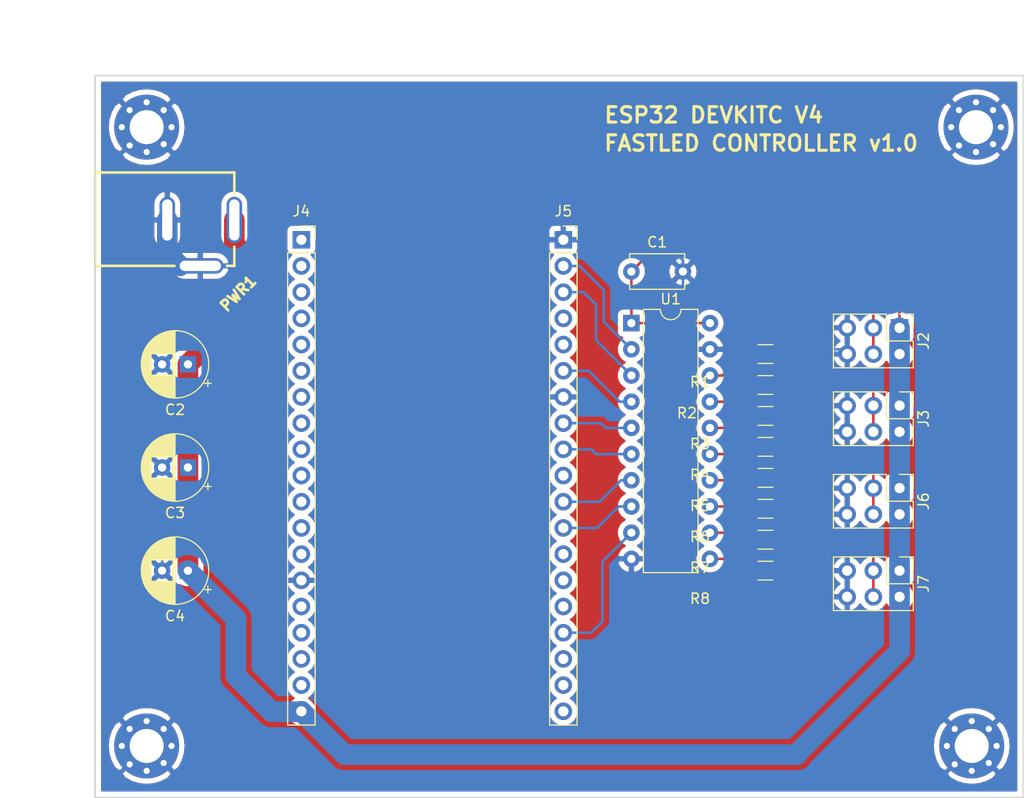
<source format=kicad_pcb>
(kicad_pcb (version 20171130) (host pcbnew "(5.1.8)-1")
  (layers (0 F.Cu signal) (31 B.Cu signal) (34 B.Paste user) (35 F.Paste user) (36 B.SilkS user) (37 F.SilkS user) (38 B.Mask user) (39 F.Mask user) (44 Edge.Cuts user))
  (net 0 "")
  (net 1 GND)
  (net 2 VCC)
  (net 3 "Net-(J2-Pad3)")
  (net 4 "Net-(J3-Pad3)")
  (net 5 /SMD)
  (net 6 /SD3)
  (net 7 /SD2)
  (net 8 /IO13)
  (net 9 /IO12)
  (net 10 /IO14)
  (net 11 /IO24)
  (net 12 /IO26)
  (net 13 /IO25)
  (net 14 /IO33)
  (net 15 /IO32)
  (net 16 /IO35)
  (net 17 /IO34)
  (net 18 /SENSOR_VN)
  (net 19 /SENSOR_VP)
  (net 20 /EN)
  (net 21 +3V3)
  (net 22 /CLK)
  (net 23 /SD0)
  (net 24 /SD1)
  (net 25 /IO15)
  (net 26 /IO2)
  (net 27 /IO0)
  (net 28 /IO4)
  (net 29 /IO16)
  (net 30 /IO17)
  (net 31 /IO5)
  (net 32 /IO18)
  (net 33 /IO19)
  (net 34 /IO21)
  (net 35 /RXD0)
  (net 36 /TXD0)
  (net 37 /IO22)
  (net 38 /IO23)
  (net 39 "Net-(J6-Pad3)")
  (net 40 "Net-(J7-Pad3)")
  (net 41 "Net-(R1-Pad2)")
  (net 42 "Net-(R2-Pad2)")
  (net 43 "Net-(R3-Pad2)")
  (net 44 "Net-(R4-Pad2)")
  (net 45 "Net-(R5-Pad2)")
  (net 46 "Net-(R6-Pad2)")
  (net 47 "Net-(R7-Pad2)")
  (net 48 "Net-(R8-Pad2)")
  (module Resistor_SMD:R_1206_3216Metric (layer F.Cu) (at 145 80 180)
    (fp_text reference R2 (at 7.62 -2.72) (layer F.SilkS))
    (fp_text value 330R)
    (pad 2 smd roundrect (at 1.4625 0 180) (size 1.125 1.75) (layers F.Cu F.Paste F.Mask) (roundrect_rratio 0.2222213333333333) (net 42 "Net-(R2-Pad2)"))
    (pad 1 smd roundrect (at -1.4625 0 180) (size 1.125 1.75) (layers F.Cu F.Paste F.Mask) (roundrect_rratio 0.2222213333333333) (net 3 "Net-(J2-Pad3)"))
  )
  (module Resistor_SMD:R_1206_3216Metric (layer F.Cu) (at 145 98 180)
    (fp_text reference R8 (at 6.35 -2.72) (layer F.SilkS))
    (fp_text value 330R)
    (pad 2 smd roundrect (at 1.4625 0 180) (size 1.125 1.75) (layers F.Cu F.Paste F.Mask) (roundrect_rratio 0.2222213333333333) (net 48 "Net-(R8-Pad2)"))
    (pad 1 smd roundrect (at -1.4625 0 180) (size 1.125 1.75) (layers F.Cu F.Paste F.Mask) (roundrect_rratio 0.2222213333333333) (net 40 "Net-(J7-Pad3)"))
  )
  (module Resistor_SMD:R_1206_3216Metric (layer F.Cu) (at 145 95 180)
    (fp_text reference R7 (at 6.35 -2.72) (layer F.SilkS))
    (fp_text value 330R)
    (pad 2 smd roundrect (at 1.4625 0 180) (size 1.125 1.75) (layers F.Cu F.Paste F.Mask) (roundrect_rratio 0.2222213333333333) (net 47 "Net-(R7-Pad2)"))
    (pad 1 smd roundrect (at -1.4625 0 180) (size 1.125 1.75) (layers F.Cu F.Paste F.Mask) (roundrect_rratio 0.2222213333333333) (net 40 "Net-(J7-Pad3)"))
  )
  (module Resistor_SMD:R_1206_3216Metric (layer F.Cu) (at 145 92 180)
    (fp_text reference R6 (at 6.35 -2.72) (layer F.SilkS))
    (fp_text value 330R)
    (pad 2 smd roundrect (at 1.4625 0 180) (size 1.125 1.75) (layers F.Cu F.Paste F.Mask) (roundrect_rratio 0.2222213333333333) (net 46 "Net-(R6-Pad2)"))
    (pad 1 smd roundrect (at -1.4625 0 180) (size 1.125 1.75) (layers F.Cu F.Paste F.Mask) (roundrect_rratio 0.2222213333333333) (net 39 "Net-(J6-Pad3)"))
  )
  (module Resistor_SMD:R_1206_3216Metric (layer F.Cu) (at 145 89 180)
    (fp_text reference R5 (at 6.35 -2.72) (layer F.SilkS))
    (fp_text value 330R)
    (pad 2 smd roundrect (at 1.4625 0 180) (size 1.125 1.75) (layers F.Cu F.Paste F.Mask) (roundrect_rratio 0.2222213333333333) (net 45 "Net-(R5-Pad2)"))
    (pad 1 smd roundrect (at -1.4625 0 180) (size 1.125 1.75) (layers F.Cu F.Paste F.Mask) (roundrect_rratio 0.2222213333333333) (net 39 "Net-(J6-Pad3)"))
  )
  (module Resistor_SMD:R_1206_3216Metric (layer F.Cu) (at 145 86 180)
    (fp_text reference R4 (at 6.35 -2.72) (layer F.SilkS))
    (fp_text value 330R)
    (pad 2 smd roundrect (at 1.4625 0 180) (size 1.125 1.75) (layers F.Cu F.Paste F.Mask) (roundrect_rratio 0.2222213333333333) (net 44 "Net-(R4-Pad2)"))
    (pad 1 smd roundrect (at -1.4625 0 180) (size 1.125 1.75) (layers F.Cu F.Paste F.Mask) (roundrect_rratio 0.2222213333333333) (net 4 "Net-(J3-Pad3)"))
  )
  (module Resistor_SMD:R_1206_3216Metric (layer F.Cu) (at 145 83 180)
    (fp_text reference R3 (at 6.35 -2.72) (layer F.SilkS))
    (fp_text value 330R)
    (pad 2 smd roundrect (at 1.4625 0 180) (size 1.125 1.75) (layers F.Cu F.Paste F.Mask) (roundrect_rratio 0.2222213333333333) (net 43 "Net-(R3-Pad2)"))
    (pad 1 smd roundrect (at -1.4625 0 180) (size 1.125 1.75) (layers F.Cu F.Paste F.Mask) (roundrect_rratio 0.2222213333333333) (net 4 "Net-(J3-Pad3)"))
  )
  (module Resistor_SMD:R_1206_3216Metric (layer F.Cu) (at 145 77 180)
    (fp_text reference R1 (at 6.35 -2.72) (layer F.SilkS))
    (fp_text value 330R)
    (pad 2 smd roundrect (at 1.4625 0 180) (size 1.125 1.75) (layers F.Cu F.Paste F.Mask) (roundrect_rratio 0.2222213333333333) (net 41 "Net-(R1-Pad2)"))
    (pad 1 smd roundrect (at -1.4625 0 180) (size 1.125 1.75) (layers F.Cu F.Paste F.Mask) (roundrect_rratio 0.2222213333333333) (net 3 "Net-(J2-Pad3)"))
  )
  (module "REV-I:PWRJ-2mm(YDJ-1136)" (layer F.Cu) (at 93.5 68.75)
    (fp_text reference PWR1 (at 0.381 2.38 -135) (layer F.SilkS) (effects (font (size 1.016 1.016) (thickness 0.254))))
    (fp_text value PWR-JAKPWR_JACK_UNI_MILLING)
    (pad - thru_hole oval (at -3.3 -0.3) (size 4.5 1.5) (drill oval 4 1) (layers *.Cu *.Mask) (net 1 GND))
    (pad - thru_hole oval (at -6.5 -4.75) (size 1.5 4.5) (drill oval 1 4) (layers *.Cu *.Mask) (net 1 GND))
    (pad + thru_hole oval (at 0 -4.75) (size 1.5 4.5) (drill oval 1 4) (layers *.Cu *.Mask) (net 2 VCC))
  )
  (module REV-I:Mounting_hole_Shield_3.3mm (layer F.Cu) (at 85 55)
    (fp_text reference Mount-Hole-3.3mm4 hide)
    (fp_text value Mounting_hole_Shield_3.3mm hide)
    (pad GND1 thru_hole circle (at -2.413 0) (size 1.2 1.2) (drill 0.6) (layers *.Cu *.Mask) (net 1 GND))
    (pad GND1 thru_hole circle (at 2.413 0) (size 1.2 1.2) (drill 0.6) (layers *.Cu *.Mask) (net 1 GND))
    (pad GND1 thru_hole circle (at 1.651 1.651) (size 1.2 1.2) (drill 0.6) (layers *.Cu *.Mask) (net 1 GND))
    (pad GND1 thru_hole circle (at -1.651 1.778) (size 1.2 1.2) (drill 0.6) (layers *.Cu *.Mask) (net 1 GND))
    (pad GND1 thru_hole circle (at 1.651 -1.651) (size 1.2 1.2) (drill 0.6) (layers *.Cu *.Mask) (net 1 GND))
    (pad GND1 thru_hole circle (at -1.651 -1.651) (size 1.2 1.2) (drill 0.6) (layers *.Cu *.Mask) (net 1 GND))
    (pad GND1 thru_hole circle (at 0 2.413) (size 1.2 1.2) (drill 0.6) (layers *.Cu *.Mask) (net 1 GND))
    (pad GND1 thru_hole circle (at 0 -2.413) (size 1.2 1.2) (drill 0.6) (layers *.Cu *.Mask) (net 1 GND))
    (pad GND1 thru_hole circle (at 0 0) (size 6.3 6.3) (drill 3.3) (layers *.Cu *.Mask) (net 1 GND))
  )
  (module REV-I:Mounting_hole_Shield_3.3mm (layer F.Cu) (at 85 115)
    (fp_text reference Mount-Hole-3.3mm3 hide)
    (fp_text value Mounting_hole_Shield_3.3mm hide)
    (pad GND1 thru_hole circle (at -2.413 0) (size 1.2 1.2) (drill 0.6) (layers *.Cu *.Mask) (net 1 GND))
    (pad GND1 thru_hole circle (at 2.413 0) (size 1.2 1.2) (drill 0.6) (layers *.Cu *.Mask) (net 1 GND))
    (pad GND1 thru_hole circle (at 1.651 1.651) (size 1.2 1.2) (drill 0.6) (layers *.Cu *.Mask) (net 1 GND))
    (pad GND1 thru_hole circle (at -1.651 1.778) (size 1.2 1.2) (drill 0.6) (layers *.Cu *.Mask) (net 1 GND))
    (pad GND1 thru_hole circle (at 1.651 -1.651) (size 1.2 1.2) (drill 0.6) (layers *.Cu *.Mask) (net 1 GND))
    (pad GND1 thru_hole circle (at -1.651 -1.651) (size 1.2 1.2) (drill 0.6) (layers *.Cu *.Mask) (net 1 GND))
    (pad GND1 thru_hole circle (at 0 2.413) (size 1.2 1.2) (drill 0.6) (layers *.Cu *.Mask) (net 1 GND))
    (pad GND1 thru_hole circle (at 0 -2.413) (size 1.2 1.2) (drill 0.6) (layers *.Cu *.Mask) (net 1 GND))
    (pad GND1 thru_hole circle (at 0 0) (size 6.3 6.3) (drill 3.3) (layers *.Cu *.Mask) (net 1 GND))
  )
  (module REV-I:Mounting_hole_Shield_3.3mm (layer F.Cu) (at 165.413 55)
    (fp_text reference Mount-Hole-3.3mm2 hide)
    (fp_text value Mounting_hole_Shield_3.3mm hide)
    (pad GND1 thru_hole circle (at -2.413 0) (size 1.2 1.2) (drill 0.6) (layers *.Cu *.Mask) (net 1 GND))
    (pad GND1 thru_hole circle (at 2.413 0) (size 1.2 1.2) (drill 0.6) (layers *.Cu *.Mask) (net 1 GND))
    (pad GND1 thru_hole circle (at 1.651 1.651) (size 1.2 1.2) (drill 0.6) (layers *.Cu *.Mask) (net 1 GND))
    (pad GND1 thru_hole circle (at -1.651 1.778) (size 1.2 1.2) (drill 0.6) (layers *.Cu *.Mask) (net 1 GND))
    (pad GND1 thru_hole circle (at 1.651 -1.651) (size 1.2 1.2) (drill 0.6) (layers *.Cu *.Mask) (net 1 GND))
    (pad GND1 thru_hole circle (at -1.651 -1.651) (size 1.2 1.2) (drill 0.6) (layers *.Cu *.Mask) (net 1 GND))
    (pad GND1 thru_hole circle (at 0 2.413) (size 1.2 1.2) (drill 0.6) (layers *.Cu *.Mask) (net 1 GND))
    (pad GND1 thru_hole circle (at 0 -2.413) (size 1.2 1.2) (drill 0.6) (layers *.Cu *.Mask) (net 1 GND))
    (pad GND1 thru_hole circle (at 0 0) (size 6.3 6.3) (drill 3.3) (layers *.Cu *.Mask) (net 1 GND))
  )
  (module REV-I:Mounting_hole_Shield_3.3mm (layer F.Cu) (at 165 115)
    (fp_text reference Mount-Hole-3.3mm1 hide)
    (fp_text value Mounting_hole_Shield_3.3mm hide)
    (pad GND1 thru_hole circle (at -2.413 0) (size 1.2 1.2) (drill 0.6) (layers *.Cu *.Mask) (net 1 GND))
    (pad GND1 thru_hole circle (at 2.413 0) (size 1.2 1.2) (drill 0.6) (layers *.Cu *.Mask) (net 1 GND))
    (pad GND1 thru_hole circle (at 1.651 1.651) (size 1.2 1.2) (drill 0.6) (layers *.Cu *.Mask) (net 1 GND))
    (pad GND1 thru_hole circle (at -1.651 1.778) (size 1.2 1.2) (drill 0.6) (layers *.Cu *.Mask) (net 1 GND))
    (pad GND1 thru_hole circle (at 1.651 -1.651) (size 1.2 1.2) (drill 0.6) (layers *.Cu *.Mask) (net 1 GND))
    (pad GND1 thru_hole circle (at -1.651 -1.651) (size 1.2 1.2) (drill 0.6) (layers *.Cu *.Mask) (net 1 GND))
    (pad GND1 thru_hole circle (at 0 2.413) (size 1.2 1.2) (drill 0.6) (layers *.Cu *.Mask) (net 1 GND))
    (pad GND1 thru_hole circle (at 0 -2.413) (size 1.2 1.2) (drill 0.6) (layers *.Cu *.Mask) (net 1 GND))
    (pad GND1 thru_hole circle (at 0 0) (size 6.3 6.3) (drill 3.3) (layers *.Cu *.Mask) (net 1 GND))
  )
  (module Connector_PinHeader_2.54mm:PinHeader_2x03_P2.54mm_Vertical (layer F.Cu) (at 158 98 270)
    (fp_text reference J7 (at 1.27 -2.33 90) (layer F.SilkS))
    (fp_text value Conn_01x06)
    (pad 6 thru_hole oval (at 2.54 5.08 270) (size 1.7 1.7) (drill 1) (layers *.Cu *.Mask) (net 1 GND))
    (pad 5 thru_hole oval (at 0 5.08 270) (size 1.7 1.7) (drill 1) (layers *.Cu *.Mask) (net 1 GND))
    (pad 4 thru_hole oval (at 2.54 2.54 270) (size 1.7 1.7) (drill 1) (layers *.Cu *.Mask) (net 40 "Net-(J7-Pad3)"))
    (pad 3 thru_hole oval (at 0 2.54 270) (size 1.7 1.7) (drill 1) (layers *.Cu *.Mask) (net 40 "Net-(J7-Pad3)"))
    (pad 2 thru_hole oval (at 2.54 0 270) (size 1.7 1.7) (drill 1) (layers *.Cu *.Mask) (net 2 VCC))
    (pad 1 thru_hole rect (at 0 0 270) (size 1.7 1.7) (drill 1) (layers *.Cu *.Mask) (net 2 VCC))
  )
  (module Connector_PinHeader_2.54mm:PinHeader_2x03_P2.54mm_Vertical (layer F.Cu) (at 158 90 270)
    (fp_text reference J6 (at 1.27 -2.33 90) (layer F.SilkS))
    (fp_text value Conn_01x06)
    (pad 6 thru_hole oval (at 2.54 5.08 270) (size 1.7 1.7) (drill 1) (layers *.Cu *.Mask) (net 1 GND))
    (pad 5 thru_hole oval (at 0 5.08 270) (size 1.7 1.7) (drill 1) (layers *.Cu *.Mask) (net 1 GND))
    (pad 4 thru_hole oval (at 2.54 2.54 270) (size 1.7 1.7) (drill 1) (layers *.Cu *.Mask) (net 39 "Net-(J6-Pad3)"))
    (pad 3 thru_hole oval (at 0 2.54 270) (size 1.7 1.7) (drill 1) (layers *.Cu *.Mask) (net 39 "Net-(J6-Pad3)"))
    (pad 2 thru_hole oval (at 2.54 0 270) (size 1.7 1.7) (drill 1) (layers *.Cu *.Mask) (net 2 VCC))
    (pad 1 thru_hole rect (at 0 0 270) (size 1.7 1.7) (drill 1) (layers *.Cu *.Mask) (net 2 VCC))
  )
  (module Connector_PinHeader_2.54mm:PinHeader_2x03_P2.54mm_Vertical (layer F.Cu) (at 158 82 270)
    (fp_text reference J3 (at 1.27 -2.33 90) (layer F.SilkS))
    (fp_text value Conn_01x06)
    (pad 6 thru_hole oval (at 2.54 5.08 270) (size 1.7 1.7) (drill 1) (layers *.Cu *.Mask) (net 1 GND))
    (pad 5 thru_hole oval (at 0 5.08 270) (size 1.7 1.7) (drill 1) (layers *.Cu *.Mask) (net 1 GND))
    (pad 4 thru_hole oval (at 2.54 2.54 270) (size 1.7 1.7) (drill 1) (layers *.Cu *.Mask) (net 4 "Net-(J3-Pad3)"))
    (pad 3 thru_hole oval (at 0 2.54 270) (size 1.7 1.7) (drill 1) (layers *.Cu *.Mask) (net 4 "Net-(J3-Pad3)"))
    (pad 2 thru_hole oval (at 2.54 0 270) (size 1.7 1.7) (drill 1) (layers *.Cu *.Mask) (net 2 VCC))
    (pad 1 thru_hole rect (at 0 0 270) (size 1.7 1.7) (drill 1) (layers *.Cu *.Mask) (net 2 VCC))
  )
  (module Connector_PinHeader_2.54mm:PinHeader_2x03_P2.54mm_Vertical (layer F.Cu) (at 158 74.46 270)
    (fp_text reference J2 (at 1.27 -2.33 90) (layer F.SilkS))
    (fp_text value Conn_01x06)
    (pad 6 thru_hole oval (at 2.54 5.08 270) (size 1.7 1.7) (drill 1) (layers *.Cu *.Mask) (net 1 GND))
    (pad 5 thru_hole oval (at 0 5.08 270) (size 1.7 1.7) (drill 1) (layers *.Cu *.Mask) (net 1 GND))
    (pad 4 thru_hole oval (at 2.54 2.54 270) (size 1.7 1.7) (drill 1) (layers *.Cu *.Mask) (net 3 "Net-(J2-Pad3)"))
    (pad 3 thru_hole oval (at 0 2.54 270) (size 1.7 1.7) (drill 1) (layers *.Cu *.Mask) (net 3 "Net-(J2-Pad3)"))
    (pad 2 thru_hole oval (at 2.54 0 270) (size 1.7 1.7) (drill 1) (layers *.Cu *.Mask) (net 2 VCC))
    (pad 1 thru_hole rect (at 0 0 270) (size 1.7 1.7) (drill 1) (layers *.Cu *.Mask) (net 2 VCC))
  )
  (module Package_DIP:DIP-20_W7.62mm (layer F.Cu) (at 132 74)
    (fp_text reference U1 (at 3.81 -2.33) (layer F.SilkS))
    (fp_text value 74HCT245)
    (pad 20 thru_hole oval (at 7.62 0) (size 1.6 1.6) (drill 0.8) (layers *.Cu *.Mask) (net 2 VCC))
    (pad 10 thru_hole oval (at 0 22.86) (size 1.6 1.6) (drill 0.8) (layers *.Cu *.Mask) (net 1 GND))
    (pad 19 thru_hole oval (at 7.62 2.54) (size 1.6 1.6) (drill 0.8) (layers *.Cu *.Mask) (net 1 GND))
    (pad 9 thru_hole oval (at 0 20.32) (size 1.6 1.6) (drill 0.8) (layers *.Cu *.Mask) (net 25 /IO15))
    (pad 18 thru_hole oval (at 7.62 5.08) (size 1.6 1.6) (drill 0.8) (layers *.Cu *.Mask) (net 41 "Net-(R1-Pad2)"))
    (pad 8 thru_hole oval (at 0 17.78) (size 1.6 1.6) (drill 0.8) (layers *.Cu *.Mask) (net 29 /IO16))
    (pad 17 thru_hole oval (at 7.62 7.62) (size 1.6 1.6) (drill 0.8) (layers *.Cu *.Mask) (net 42 "Net-(R2-Pad2)"))
    (pad 7 thru_hole oval (at 0 15.24) (size 1.6 1.6) (drill 0.8) (layers *.Cu *.Mask) (net 30 /IO17))
    (pad 16 thru_hole oval (at 7.62 10.16) (size 1.6 1.6) (drill 0.8) (layers *.Cu *.Mask) (net 43 "Net-(R3-Pad2)"))
    (pad 6 thru_hole oval (at 0 12.7) (size 1.6 1.6) (drill 0.8) (layers *.Cu *.Mask) (net 32 /IO18))
    (pad 15 thru_hole oval (at 7.62 12.7) (size 1.6 1.6) (drill 0.8) (layers *.Cu *.Mask) (net 44 "Net-(R4-Pad2)"))
    (pad 5 thru_hole oval (at 0 10.16) (size 1.6 1.6) (drill 0.8) (layers *.Cu *.Mask) (net 33 /IO19))
    (pad 14 thru_hole oval (at 7.62 15.24) (size 1.6 1.6) (drill 0.8) (layers *.Cu *.Mask) (net 45 "Net-(R5-Pad2)"))
    (pad 4 thru_hole oval (at 0 7.62) (size 1.6 1.6) (drill 0.8) (layers *.Cu *.Mask) (net 34 /IO21))
    (pad 13 thru_hole oval (at 7.62 17.78) (size 1.6 1.6) (drill 0.8) (layers *.Cu *.Mask) (net 46 "Net-(R6-Pad2)"))
    (pad 3 thru_hole oval (at 0 5.08) (size 1.6 1.6) (drill 0.8) (layers *.Cu *.Mask) (net 37 /IO22))
    (pad 12 thru_hole oval (at 7.62 20.32) (size 1.6 1.6) (drill 0.8) (layers *.Cu *.Mask) (net 47 "Net-(R7-Pad2)"))
    (pad 2 thru_hole oval (at 0 2.54) (size 1.6 1.6) (drill 0.8) (layers *.Cu *.Mask) (net 38 /IO23))
    (pad 11 thru_hole oval (at 7.62 22.86) (size 1.6 1.6) (drill 0.8) (layers *.Cu *.Mask) (net 48 "Net-(R8-Pad2)"))
    (pad 1 thru_hole rect (at 0 0) (size 1.6 1.6) (drill 0.8) (layers *.Cu *.Mask) (net 2 VCC))
  )
  (module Connector_PinSocket_2.54mm:PinSocket_1x19_P2.54mm_Vertical (layer F.Cu) (at 125.4 65.92)
    (fp_text reference J5 (at 0 -2.77) (layer F.SilkS))
    (fp_text value Conn_01x19)
    (pad 19 thru_hole oval (at 0 45.72) (size 1.7 1.7) (drill 1) (layers *.Cu *.Mask) (net 22 /CLK))
    (pad 18 thru_hole oval (at 0 43.18) (size 1.7 1.7) (drill 1) (layers *.Cu *.Mask) (net 23 /SD0))
    (pad 17 thru_hole oval (at 0 40.64) (size 1.7 1.7) (drill 1) (layers *.Cu *.Mask) (net 24 /SD1))
    (pad 16 thru_hole oval (at 0 38.1) (size 1.7 1.7) (drill 1) (layers *.Cu *.Mask) (net 25 /IO15))
    (pad 15 thru_hole oval (at 0 35.56) (size 1.7 1.7) (drill 1) (layers *.Cu *.Mask) (net 26 /IO2))
    (pad 14 thru_hole oval (at 0 33.02) (size 1.7 1.7) (drill 1) (layers *.Cu *.Mask) (net 27 /IO0))
    (pad 13 thru_hole oval (at 0 30.48) (size 1.7 1.7) (drill 1) (layers *.Cu *.Mask) (net 28 /IO4))
    (pad 12 thru_hole oval (at 0 27.94) (size 1.7 1.7) (drill 1) (layers *.Cu *.Mask) (net 29 /IO16))
    (pad 11 thru_hole oval (at 0 25.4) (size 1.7 1.7) (drill 1) (layers *.Cu *.Mask) (net 30 /IO17))
    (pad 10 thru_hole oval (at 0 22.86) (size 1.7 1.7) (drill 1) (layers *.Cu *.Mask) (net 31 /IO5))
    (pad 9 thru_hole oval (at 0 20.32) (size 1.7 1.7) (drill 1) (layers *.Cu *.Mask) (net 32 /IO18))
    (pad 8 thru_hole oval (at 0 17.78) (size 1.7 1.7) (drill 1) (layers *.Cu *.Mask) (net 33 /IO19))
    (pad 7 thru_hole oval (at 0 15.24) (size 1.7 1.7) (drill 1) (layers *.Cu *.Mask) (net 1 GND))
    (pad 6 thru_hole oval (at 0 12.7) (size 1.7 1.7) (drill 1) (layers *.Cu *.Mask) (net 34 /IO21))
    (pad 5 thru_hole oval (at 0 10.16) (size 1.7 1.7) (drill 1) (layers *.Cu *.Mask) (net 35 /RXD0))
    (pad 4 thru_hole oval (at 0 7.62) (size 1.7 1.7) (drill 1) (layers *.Cu *.Mask) (net 36 /TXD0))
    (pad 3 thru_hole oval (at 0 5.08) (size 1.7 1.7) (drill 1) (layers *.Cu *.Mask) (net 37 /IO22))
    (pad 2 thru_hole oval (at 0 2.54) (size 1.7 1.7) (drill 1) (layers *.Cu *.Mask) (net 38 /IO23))
    (pad 1 thru_hole rect (at 0 0) (size 1.7 1.7) (drill 1) (layers *.Cu *.Mask) (net 1 GND))
  )
  (module Connector_PinSocket_2.54mm:PinSocket_1x19_P2.54mm_Vertical (layer F.Cu) (at 100 65.92)
    (fp_text reference J4 (at 0 -2.77) (layer F.SilkS))
    (fp_text value Conn_01x19)
    (pad 19 thru_hole oval (at 0 45.72) (size 1.7 1.7) (drill 1) (layers *.Cu *.Mask) (net 2 VCC))
    (pad 18 thru_hole oval (at 0 43.18) (size 1.7 1.7) (drill 1) (layers *.Cu *.Mask) (net 5 /SMD))
    (pad 17 thru_hole oval (at 0 40.64) (size 1.7 1.7) (drill 1) (layers *.Cu *.Mask) (net 6 /SD3))
    (pad 16 thru_hole oval (at 0 38.1) (size 1.7 1.7) (drill 1) (layers *.Cu *.Mask) (net 7 /SD2))
    (pad 15 thru_hole oval (at 0 35.56) (size 1.7 1.7) (drill 1) (layers *.Cu *.Mask) (net 8 /IO13))
    (pad 14 thru_hole oval (at 0 33.02) (size 1.7 1.7) (drill 1) (layers *.Cu *.Mask) (net 1 GND))
    (pad 13 thru_hole oval (at 0 30.48) (size 1.7 1.7) (drill 1) (layers *.Cu *.Mask) (net 9 /IO12))
    (pad 12 thru_hole oval (at 0 27.94) (size 1.7 1.7) (drill 1) (layers *.Cu *.Mask) (net 10 /IO14))
    (pad 11 thru_hole oval (at 0 25.4) (size 1.7 1.7) (drill 1) (layers *.Cu *.Mask) (net 11 /IO24))
    (pad 10 thru_hole oval (at 0 22.86) (size 1.7 1.7) (drill 1) (layers *.Cu *.Mask) (net 12 /IO26))
    (pad 9 thru_hole oval (at 0 20.32) (size 1.7 1.7) (drill 1) (layers *.Cu *.Mask) (net 13 /IO25))
    (pad 8 thru_hole oval (at 0 17.78) (size 1.7 1.7) (drill 1) (layers *.Cu *.Mask) (net 14 /IO33))
    (pad 7 thru_hole oval (at 0 15.24) (size 1.7 1.7) (drill 1) (layers *.Cu *.Mask) (net 15 /IO32))
    (pad 6 thru_hole oval (at 0 12.7) (size 1.7 1.7) (drill 1) (layers *.Cu *.Mask) (net 16 /IO35))
    (pad 5 thru_hole oval (at 0 10.16) (size 1.7 1.7) (drill 1) (layers *.Cu *.Mask) (net 17 /IO34))
    (pad 4 thru_hole oval (at 0 7.62) (size 1.7 1.7) (drill 1) (layers *.Cu *.Mask) (net 18 /SENSOR_VN))
    (pad 3 thru_hole oval (at 0 5.08) (size 1.7 1.7) (drill 1) (layers *.Cu *.Mask) (net 19 /SENSOR_VP))
    (pad 2 thru_hole oval (at 0 2.54) (size 1.7 1.7) (drill 1) (layers *.Cu *.Mask) (net 20 /EN))
    (pad 1 thru_hole rect (at 0 0) (size 1.7 1.7) (drill 1) (layers *.Cu *.Mask) (net 21 +3V3))
  )
  (module Capacitor_THT:CP_Radial_D6.3mm_P2.50mm (layer F.Cu) (at 89 98 180)
    (fp_text reference C4 (at 1.25 -4.4) (layer F.SilkS))
    (fp_text value 470u)
    (pad 2 thru_hole circle (at 2.5 0 180) (size 1.6 1.6) (drill 0.8) (layers *.Cu *.Mask) (net 1 GND))
    (pad 1 thru_hole rect (at 0 0 180) (size 1.6 1.6) (drill 0.8) (layers *.Cu *.Mask) (net 2 VCC))
  )
  (module Capacitor_THT:CP_Radial_D6.3mm_P2.50mm (layer F.Cu) (at 89 88 180)
    (fp_text reference C3 (at 1.25 -4.4) (layer F.SilkS))
    (fp_text value 470u)
    (pad 2 thru_hole circle (at 2.5 0 180) (size 1.6 1.6) (drill 0.8) (layers *.Cu *.Mask) (net 1 GND))
    (pad 1 thru_hole rect (at 0 0 180) (size 1.6 1.6) (drill 0.8) (layers *.Cu *.Mask) (net 2 VCC))
  )
  (module Capacitor_THT:CP_Radial_D6.3mm_P2.50mm (layer F.Cu) (at 89 78 180)
    (fp_text reference C2 (at 1.25 -4.4) (layer F.SilkS))
    (fp_text value 470u)
    (pad 2 thru_hole circle (at 2.5 0 180) (size 1.6 1.6) (drill 0.8) (layers *.Cu *.Mask) (net 1 GND))
    (pad 1 thru_hole rect (at 0 0 180) (size 1.6 1.6) (drill 0.8) (layers *.Cu *.Mask) (net 2 VCC))
  )
  (module Capacitor_THT:C_Disc_D5.1mm_W3.2mm_P5.00mm (layer F.Cu) (at 132 69)
    (fp_text reference C1 (at 2.5 -2.85) (layer F.SilkS))
    (fp_text value 100n)
    (pad 2 thru_hole circle (at 5 0) (size 1.6 1.6) (drill 0.8) (layers *.Cu *.Mask) (net 1 GND))
    (pad 1 thru_hole circle (at 0 0) (size 1.6 1.6) (drill 0.8) (layers *.Cu *.Mask) (net 2 VCC))
  )
  (gr_text "FASTLED CONTROLLER v1.0\n" (at 144.58 56.56) (layer F.SilkS) (effects (font (size 1.5 1.5) (thickness 0.3))))
  (gr_text "ESP32 DEVKITC V4" (at 139.99 53.83) (layer F.SilkS) (effects (font (size 1.5 1.5) (thickness 0.3))))
  (gr_line (start 80 120) (end 170 120) (layer Edge.Cuts) (width 0.15))
  (gr_line (start 170 50) (end 170 120) (layer Edge.Cuts) (width 0.15))
  (gr_line (start 80 50) (end 170 50) (layer Edge.Cuts) (width 0.15))
  (gr_line (start 80 120) (end 80 50) (layer Edge.Cuts) (width 0.15))
  (segment (start 125.4 65.92) (end 135.02 65.92) (width 0.25) (layer B.Cu) (net 1))
  (segment (start 137 67.9) (end 137 69) (width 0.25) (layer B.Cu) (net 1))
  (segment (start 135.02 65.92) (end 137 67.9) (width 0.25) (layer B.Cu) (net 1))
  (segment (start 132 96.86) (end 130.11 96.86) (width 0.25) (layer F.Cu) (net 1))
  (segment (start 130.11 96.86) (end 128.98 95.73) (width 0.25) (layer F.Cu) (net 1))
  (segment (start 128.98 95.73) (end 128.98 82.03) (width 0.25) (layer F.Cu) (net 1))
  (segment (start 128.11 81.16) (end 125.4 81.16) (width 0.25) (layer F.Cu) (net 1))
  (segment (start 128.98 82.03) (end 128.11 81.16) (width 0.25) (layer F.Cu) (net 1))
  (segment (start 137 69) (end 137 75.45) (width 0.25) (layer B.Cu) (net 1))
  (segment (start 138.09 76.54) (end 139.62 76.54) (width 0.25) (layer B.Cu) (net 1))
  (segment (start 137 75.45) (end 138.09 76.54) (width 0.25) (layer B.Cu) (net 1))
  (segment (start 152.46 76.54) (end 152.92 77) (width 0.25) (layer B.Cu) (net 1))
  (segment (start 139.62 76.54) (end 152.46 76.54) (width 0.25) (layer B.Cu) (net 1))
  (segment (start 152.92 74.46) (end 152.92 77) (width 0.25) (layer B.Cu) (net 1))
  (segment (start 152.92 77) (end 152.92 82) (width 0.25) (layer B.Cu) (net 1))
  (segment (start 152.92 82) (end 152.92 84.54) (width 0.25) (layer B.Cu) (net 1))
  (segment (start 152.92 84.54) (end 152.92 90) (width 0.25) (layer B.Cu) (net 1))
  (segment (start 152.92 90) (end 152.92 92.54) (width 0.25) (layer B.Cu) (net 1))
  (segment (start 152.92 92.54) (end 152.92 98) (width 0.25) (layer B.Cu) (net 1))
  (segment (start 152.92 98) (end 152.92 100.54) (width 0.25) (layer B.Cu) (net 1))
  (segment (start 86.5 98) (end 86.5 96.66) (width 0.25) (layer B.Cu) (net 1))
  (segment (start 86.5 96.66) (end 87.59 95.57) (width 0.25) (layer B.Cu) (net 1))
  (segment (start 87.59 95.57) (end 94.54 95.57) (width 0.25) (layer B.Cu) (net 1))
  (segment (start 97.91 98.94) (end 100 98.94) (width 0.25) (layer B.Cu) (net 1))
  (segment (start 94.54 95.57) (end 97.91 98.94) (width 0.25) (layer B.Cu) (net 1))
  (segment (start 87 64) (end 87 67.23) (width 2) (layer B.Cu) (net 1))
  (segment (start 88.22 68.45) (end 90.2 68.45) (width 0.25) (layer B.Cu) (net 1))
  (segment (start 87 67.23) (end 88.22 68.45) (width 2) (layer B.Cu) (net 1))
  (segment (start 132 69) (end 132 74) (width 0.25) (layer F.Cu) (net 2))
  (segment (start 139.62 74) (end 132 74) (width 0.25) (layer F.Cu) (net 2))
  (segment (start 89 89.02) (end 89 98) (width 2) (layer F.Cu) (net 2))
  (segment (start 89 78) (end 89 89.02) (width 2) (layer F.Cu) (net 2))
  (segment (start 158 102.32) (end 158 98) (width 2) (layer B.Cu) (net 2))
  (segment (start 147.95 115.86) (end 158 105.81) (width 2) (layer B.Cu) (net 2))
  (segment (start 158 105.81) (end 158 102.32) (width 2) (layer B.Cu) (net 2))
  (segment (start 158 98) (end 158 92.54) (width 2) (layer B.Cu) (net 2))
  (segment (start 158 92.54) (end 158 90) (width 2) (layer B.Cu) (net 2))
  (segment (start 158 90) (end 158 84.54) (width 2) (layer B.Cu) (net 2))
  (segment (start 158 84.54) (end 158 82) (width 2) (layer B.Cu) (net 2))
  (segment (start 158 82) (end 158 77) (width 2) (layer B.Cu) (net 2))
  (segment (start 158 77) (end 158 74.46) (width 2) (layer B.Cu) (net 2))
  (segment (start 158 74.46) (end 158 70.19) (width 0.25) (layer F.Cu) (net 2))
  (segment (start 158 70.19) (end 154.18 66.37) (width 0.25) (layer F.Cu) (net 2))
  (segment (start 134.63 66.37) (end 132 69) (width 0.25) (layer F.Cu) (net 2))
  (segment (start 154.18 66.37) (end 134.63 66.37) (width 0.25) (layer F.Cu) (net 2))
  (segment (start 104.2 115.84) (end 148.07 115.84) (width 2) (layer B.Cu) (net 2))
  (segment (start 100 111.64) (end 104.2 115.84) (width 2) (layer B.Cu) (net 2))
  (segment (start 99.96 111.68) (end 100 111.64) (width 2) (layer B.Cu) (net 2))
  (segment (start 93.65 108.21) (end 97.12 111.68) (width 2) (layer B.Cu) (net 2))
  (segment (start 93.65 102.65) (end 93.65 108.21) (width 2) (layer B.Cu) (net 2))
  (segment (start 97.12 111.68) (end 99.96 111.68) (width 2) (layer B.Cu) (net 2))
  (segment (start 89 98) (end 93.65 102.65) (width 2) (layer B.Cu) (net 2))
  (segment (start 94.55 72.45) (end 89 78) (width 2) (layer F.Cu) (net 2))
  (segment (start 94.55 67.41) (end 94.55 72.45) (width 2) (layer F.Cu) (net 2))
  (segment (start 93.5 66.36) (end 94.55 67.41) (width 2) (layer F.Cu) (net 2))
  (segment (start 93.5 64) (end 93.5 66.36) (width 2) (layer F.Cu) (net 2))
  (segment (start 146.4625 80) (end 146.4625 77) (width 0.25) (layer F.Cu) (net 3))
  (segment (start 146.4625 77) (end 146.4625 73.0475) (width 0.25) (layer F.Cu) (net 3))
  (segment (start 146.4625 73.0475) (end 148.38 71.13) (width 0.25) (layer F.Cu) (net 3))
  (segment (start 148.38 71.13) (end 154.5 71.13) (width 0.25) (layer F.Cu) (net 3))
  (segment (start 155.46 72.09) (end 155.46 74.46) (width 0.25) (layer F.Cu) (net 3))
  (segment (start 154.5 71.13) (end 155.46 72.09) (width 0.25) (layer F.Cu) (net 3))
  (segment (start 155.46 77) (end 155.46 74.46) (width 0.25) (layer F.Cu) (net 3))
  (segment (start 146.4625 86) (end 146.4625 83) (width 0.25) (layer F.Cu) (net 4))
  (segment (start 155.46 84.54) (end 155.46 82) (width 0.25) (layer F.Cu) (net 4))
  (segment (start 155.46 82) (end 155.46 80.29) (width 0.25) (layer F.Cu) (net 4))
  (segment (start 155.46 80.29) (end 155.03 79.86) (width 0.25) (layer F.Cu) (net 4))
  (segment (start 155.03 79.86) (end 151.34 79.86) (width 0.25) (layer F.Cu) (net 4))
  (segment (start 148.2 83) (end 146.4625 83) (width 0.25) (layer F.Cu) (net 4))
  (segment (start 151.34 79.86) (end 148.2 83) (width 0.25) (layer F.Cu) (net 4))
  (segment (start 125.4 104.02) (end 128.09 104.02) (width 0.25) (layer B.Cu) (net 25))
  (segment (start 128.09 104.02) (end 129.2 102.91) (width 0.25) (layer B.Cu) (net 25))
  (segment (start 129.2 97.12) (end 132 94.32) (width 0.25) (layer B.Cu) (net 25))
  (segment (start 129.2 102.91) (end 129.2 97.12) (width 0.25) (layer B.Cu) (net 25))
  (segment (start 125.4 93.86) (end 128.69 93.86) (width 0.25) (layer B.Cu) (net 29))
  (segment (start 130.77 91.78) (end 132 91.78) (width 0.25) (layer B.Cu) (net 29))
  (segment (start 128.69 93.86) (end 130.77 91.78) (width 0.25) (layer B.Cu) (net 29))
  (segment (start 125.4 91.32) (end 128.92 91.32) (width 0.25) (layer B.Cu) (net 30))
  (segment (start 131 89.24) (end 132 89.24) (width 0.25) (layer B.Cu) (net 30))
  (segment (start 128.92 91.32) (end 131 89.24) (width 0.25) (layer B.Cu) (net 30))
  (segment (start 125.4 86.24) (end 128.13 86.24) (width 0.25) (layer B.Cu) (net 32))
  (segment (start 128.59 86.7) (end 132 86.7) (width 0.25) (layer B.Cu) (net 32))
  (segment (start 128.13 86.24) (end 128.59 86.7) (width 0.25) (layer B.Cu) (net 32))
  (segment (start 125.4 83.7) (end 129.05 83.7) (width 0.25) (layer B.Cu) (net 33))
  (segment (start 129.51 84.16) (end 132 84.16) (width 0.25) (layer B.Cu) (net 33))
  (segment (start 129.05 83.7) (end 129.51 84.16) (width 0.25) (layer B.Cu) (net 33))
  (segment (start 125.4 78.62) (end 127.87 78.62) (width 0.25) (layer B.Cu) (net 34))
  (segment (start 130.87 81.62) (end 132 81.62) (width 0.25) (layer B.Cu) (net 34))
  (segment (start 127.87 78.62) (end 130.87 81.62) (width 0.25) (layer B.Cu) (net 34))
  (segment (start 125.4 71) (end 127.36 71) (width 0.25) (layer B.Cu) (net 37))
  (segment (start 127.36 71) (end 128.58 72.22) (width 0.25) (layer B.Cu) (net 37))
  (segment (start 128.58 75.66) (end 132 79.08) (width 0.25) (layer B.Cu) (net 37))
  (segment (start 128.58 72.22) (end 128.58 75.66) (width 0.25) (layer B.Cu) (net 37))
  (segment (start 125.4 68.46) (end 126.99 68.46) (width 0.25) (layer B.Cu) (net 38))
  (segment (start 126.99 68.46) (end 129.32 70.79) (width 0.25) (layer B.Cu) (net 38))
  (segment (start 129.32 73.86) (end 132 76.54) (width 0.25) (layer B.Cu) (net 38))
  (segment (start 129.32 70.79) (end 129.32 73.86) (width 0.25) (layer B.Cu) (net 38))
  (segment (start 146.4625 92) (end 146.4625 89) (width 0.25) (layer F.Cu) (net 39))
  (segment (start 155.46 90) (end 155.46 92.54) (width 0.25) (layer F.Cu) (net 39))
  (segment (start 155.46 90) (end 155.46 88.37) (width 0.25) (layer F.Cu) (net 39))
  (segment (start 155.46 88.37) (end 154.75 87.66) (width 0.25) (layer F.Cu) (net 39))
  (segment (start 154.75 87.66) (end 149.54 87.66) (width 0.25) (layer F.Cu) (net 39))
  (segment (start 148.2 89) (end 146.4625 89) (width 0.25) (layer F.Cu) (net 39))
  (segment (start 149.54 87.66) (end 148.2 89) (width 0.25) (layer F.Cu) (net 39))
  (segment (start 146.4625 98) (end 146.4625 95) (width 0.25) (layer F.Cu) (net 40))
  (segment (start 155.46 98) (end 155.46 95.75) (width 0.25) (layer F.Cu) (net 40))
  (segment (start 154.71 95) (end 146.4625 95) (width 0.25) (layer F.Cu) (net 40))
  (segment (start 155.46 95.75) (end 154.71 95) (width 0.25) (layer F.Cu) (net 40))
  (segment (start 155.46 98) (end 155.46 100.54) (width 0.25) (layer F.Cu) (net 40))
  (segment (start 139.62 79.08) (end 140.81 79.08) (width 0.25) (layer F.Cu) (net 41))
  (segment (start 142.89 77) (end 143.5375 77) (width 0.25) (layer F.Cu) (net 41))
  (segment (start 140.81 79.08) (end 142.89 77) (width 0.25) (layer F.Cu) (net 41))
  (segment (start 141.9175 81.62) (end 143.5375 80) (width 0.25) (layer F.Cu) (net 42))
  (segment (start 139.62 81.62) (end 141.9175 81.62) (width 0.25) (layer F.Cu) (net 42))
  (segment (start 139.62 84.16) (end 141.54 84.16) (width 0.25) (layer F.Cu) (net 43))
  (segment (start 142.7 83) (end 143.5375 83) (width 0.25) (layer F.Cu) (net 43))
  (segment (start 141.54 84.16) (end 142.7 83) (width 0.25) (layer F.Cu) (net 43))
  (segment (start 139.62 86.7) (end 141.46 86.7) (width 0.25) (layer F.Cu) (net 44))
  (segment (start 142.16 86) (end 143.5375 86) (width 0.25) (layer F.Cu) (net 44))
  (segment (start 141.46 86.7) (end 142.16 86) (width 0.25) (layer F.Cu) (net 44))
  (segment (start 139.62 89.24) (end 141.49 89.24) (width 0.25) (layer F.Cu) (net 45))
  (segment (start 141.73 89) (end 143.5375 89) (width 0.25) (layer F.Cu) (net 45))
  (segment (start 141.49 89.24) (end 141.73 89) (width 0.25) (layer F.Cu) (net 45))
  (segment (start 143.3175 91.78) (end 143.5375 92) (width 0.25) (layer F.Cu) (net 46))
  (segment (start 139.62 91.78) (end 143.3175 91.78) (width 0.25) (layer F.Cu) (net 46))
  (segment (start 139.62 94.32) (end 141.15 94.32) (width 0.25) (layer F.Cu) (net 47))
  (segment (start 141.83 95) (end 143.5375 95) (width 0.25) (layer F.Cu) (net 47))
  (segment (start 141.15 94.32) (end 141.83 95) (width 0.25) (layer F.Cu) (net 47))
  (segment (start 139.62 96.86) (end 141.45 96.86) (width 0.25) (layer F.Cu) (net 48))
  (segment (start 142.59 98) (end 143.5375 98) (width 0.25) (layer F.Cu) (net 48))
  (segment (start 141.45 96.86) (end 142.59 98) (width 0.25) (layer F.Cu) (net 48))
  (zone (net 1) (net_name GND) (layer B.Cu) (connect_pads (clearance 0.508)) (min_thickness 0.254) (fill yes (arc_segments 32) (thermal_gap 0.508) (thermal_bridge_width 0.508))
    (polygon (pts (xy 80.04 49.99) (xy 170 50) (xy 170 119.99) (xy 80.01 120) (xy 80.05 50.03) (xy 80.11 50.08) (xy 80.09 50.06)))
  )
  (zone (net 1) (net_name GND) (layer F.Cu) (connect_pads (clearance 0.508)) (min_thickness 0.254) (fill yes (arc_segments 32) (thermal_gap 0.508) (thermal_bridge_width 0.508))
    (polygon (pts (xy 170 50) (xy 170 119.99) (xy 80.01 120) (xy 80.05 50.06)))
  )
)
</source>
